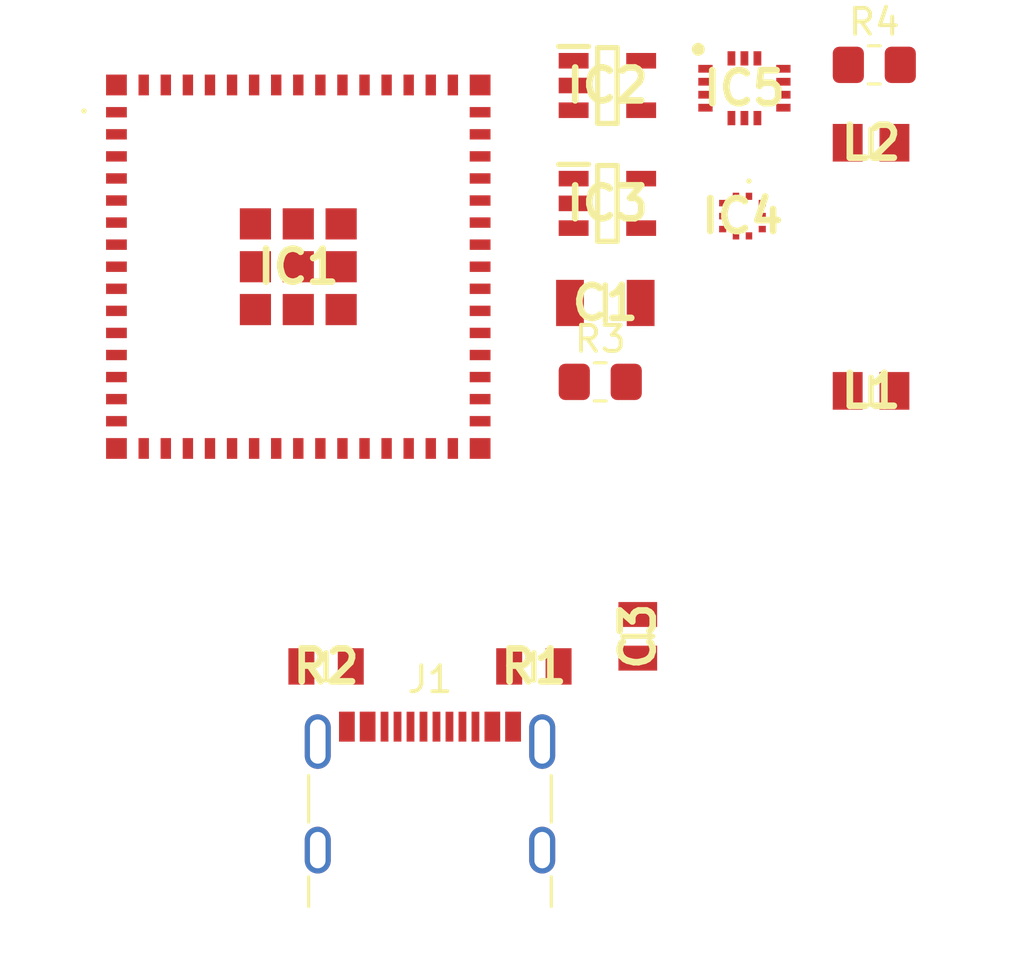
<source format=kicad_pcb>
(kicad_pcb (version 20221018) (generator pcbnew)
  (layers (0 "F.Cu" signal) (31 "B.Cu" signal) (34 "B.Paste" user) (35 "F.Paste" user) (36 "B.SilkS" user "B.Silkscreen") (37 "F.SilkS" user "F.Silkscreen") (38 "B.Mask" user) (39 "F.Mask" user) (44 "Edge.Cuts" user))
  (net 0 "")
  (net 20 "/D-")
  (net 21 "/D+")
  (net 29 "GND")
  (net 41 "+5V")
  (net 42 "Net-(IC2-SW)")
  (net 43 "Net-(IC3-SW)")
  (net 44 "/scl")
  (net 45 "/sda")
  (net 53 "/3v3")
  (net 54 "Net-(J1-CC1)")
  (net 55 "Net-(J1-VBUS-PadA4)")
  (net 56 "Net-(J1-CC2)")
  (footprint "Connector_USB:USB_C_Receptacle_GCT_USB4105-xx-A_16P_TopMnt_Horizontal" (layer "F.Cu") (at 166 132)
    (fp_text reference "J1" (at 0 -5.5 unlocked) (layer "F.SilkS"))
    (fp_text value "USB4105-GF-A-060 ")
    (fp_line (start -4.67 0) (end -4.67 -1.8) (stroke (width 0.12)) (layer "F.SilkS"))
    (fp_line (start -4.67 2.1) (end -4.67 3.25) (stroke (width 0.12)) (layer "F.SilkS"))
    (fp_line (start 4.67 0) (end 4.67 -1.8) (stroke (width 0.12)) (layer "F.SilkS"))
    (fp_line (start 4.67 2.1) (end 4.67 3.25) (stroke (width 0.12)) (layer "F.SilkS"))
    (pad "" np_thru_hole circle (at -2.89 -2.605) (size 0.65 0.65) (drill 0.65) (layers "F&B.Cu" "*.Mask"))
    (pad "" np_thru_hole circle (at 2.89 -2.605) (size 0.65 0.65) (drill 0.65) (layers "F&B.Cu" "*.Mask"))
    (pad "A1" smd rect (at -3.2 -3.68) (size 0.6 1.15) (layers "F.Cu" "F.Paste" "F.Mask") (net 29 "GND"))
    (pad "A4" smd rect (at -2.4 -3.68) (size 0.6 1.15) (layers "F.Cu" "F.Paste" "F.Mask") (net 55 "Net-(J1-VBUS-PadA4)"))
    (pad "A5" smd rect (at -1.25 -3.68) (size 0.3 1.15) (layers "F.Cu" "F.Paste" "F.Mask") (net 54 "Net-(J1-CC1)"))
    (pad "A6" smd rect (at -0.25 -3.68) (size 0.3 1.15) (layers "F.Cu" "F.Paste" "F.Mask") (net 21 "/D+"))
    (pad "A7" smd rect (at 0.25 -3.68) (size 0.3 1.15) (layers "F.Cu" "F.Paste" "F.Mask") (net 20 "/D-"))
    (pad "A8" smd rect (at 1.25 -3.68) (size 0.3 1.15) (layers "F.Cu" "F.Paste" "F.Mask"))
    (pad "A9" smd rect (at 2.4 -3.68) (size 0.6 1.15) (layers "F.Cu" "F.Paste" "F.Mask") (net 55 "Net-(J1-VBUS-PadA4)"))
    (pad "A12" smd rect (at 3.2 -3.68) (size 0.6 1.15) (layers "F.Cu" "F.Paste" "F.Mask") (net 29 "GND"))
    (pad "B1" smd rect (at 3.2 -3.68) (size 0.6 1.15) (layers "F.Cu" "F.Paste" "F.Mask") (net 29 "GND"))
    (pad "B4" smd rect (at 2.4 -3.68) (size 0.6 1.15) (layers "F.Cu" "F.Paste" "F.Mask") (net 55 "Net-(J1-VBUS-PadA4)"))
    (pad "B5" smd rect (at 1.75 -3.68) (size 0.3 1.15) (layers "F.Cu" "F.Paste" "F.Mask") (net 56 "Net-(J1-CC2)"))
    (pad "B6" smd rect (at 0.75 -3.68) (size 0.3 1.15) (layers "F.Cu" "F.Paste" "F.Mask") (net 21 "/D+"))
    (pad "B7" smd rect (at -0.75 -3.68) (size 0.3 1.15) (layers "F.Cu" "F.Paste" "F.Mask") (net 20 "/D-"))
    (pad "B8" smd rect (at -1.75 -3.68) (size 0.3 1.15) (layers "F.Cu" "F.Paste" "F.Mask"))
    (pad "B9" smd rect (at -2.4 -3.68) (size 0.6 1.15) (layers "F.Cu" "F.Paste" "F.Mask") (net 55 "Net-(J1-VBUS-PadA4)"))
    (pad "B12" smd rect (at -3.2 -3.68) (size 0.6 1.15) (layers "F.Cu" "F.Paste" "F.Mask") (net 29 "GND"))
    (pad "S1" thru_hole oval (at -4.32 -3.105) (size 1 2.1) (drill oval 0.6 1.7) (layers "*.Cu" "*.Mask") (net 29 "GND"))
    (pad "S1" thru_hole oval (at -4.32 1.075) (size 1 1.8) (drill oval 0.6 1.4) (layers "*.Cu" "*.Mask") (net 29 "GND"))
    (pad "S1" thru_hole oval (at 4.32 -3.105) (size 1 2.1) (drill oval 0.6 1.7) (layers "*.Cu" "*.Mask") (net 29 "GND"))
    (pad "S1" thru_hole oval (at 4.32 1.075) (size 1 1.8) (drill oval 0.6 1.4) (layers "*.Cu" "*.Mask") (net 29 "GND"))
  )
  (footprint "Resistor_SMD:R_0805_2012Metric_Pad1.20x1.40mm_HandSolder" (layer "F.Cu") (at 172.555 115.04)
    (fp_text reference "R3" (at 0 -1.65) (layer "F.SilkS"))
    (fp_text value "ERJ-P06J472V")
    (fp_line (start -0.227064 -0.735) (end 0.227064 -0.735) (stroke (width 0.12)) (layer "F.SilkS"))
    (fp_line (start -0.227064 0.735) (end 0.227064 0.735) (stroke (width 0.12)) (layer "F.SilkS"))
    (pad "1" smd roundrect (at -1 0) (size 1.2 1.4) (layers "F.Cu" "F.Paste" "F.Mask") (roundrect_rratio 0.208333) (net 44 "/scl"))
    (pad "2" smd roundrect (at 1 0) (size 1.2 1.4) (layers "F.Cu" "F.Paste" "F.Mask") (roundrect_rratio 0.208333) (net 53 "/3v3"))
  )
  (footprint "mouser:QFN50P300X250X87-14N" (layer "F.Cu") (at 178.105 103.73)
    (fp_text reference "IC5" (at 0 0) (layer "F.SilkS") (effects (font (size 1.27 1.27) (thickness 0.254))))
    (fp_text value "BMI270" hide)
    (fp_circle (center -1.775 -1.5) (end -1.775 -1.375) (stroke (width 0.25)) (fill none) (layer "F.SilkS"))
    (pad "1" smd rect (at -1.5 -0.75 90) (size 0.3 0.55) (layers "F.Cu" "F.Paste" "F.Mask") (net 29 "GND"))
    (pad "2" smd rect (at -1.5 -0.25 90) (size 0.3 0.55) (layers "F.Cu" "F.Paste" "F.Mask"))
    (pad "3" smd rect (at -1.5 0.25 90) (size 0.3 0.55) (layers "F.Cu" "F.Paste" "F.Mask"))
    (pad "4" smd rect (at -1.5 0.75 90) (size 0.3 0.55) (layers "F.Cu" "F.Paste" "F.Mask"))
    (pad "5" smd rect (at -0.5 1.15) (size 0.3 0.55) (layers "F.Cu" "F.Paste" "F.Mask") (net 53 "/3v3"))
    (pad "6" smd rect (at 0 1.15) (size 0.3 0.55) (layers "F.Cu" "F.Paste" "F.Mask") (net 29 "GND"))
    (pad "7" smd rect (at 0.5 1.15) (size 0.3 0.55) (layers "F.Cu" "F.Paste" "F.Mask") (net 29 "GND"))
    (pad "8" smd rect (at 1.5 0.75 90) (size 0.3 0.55) (layers "F.Cu" "F.Paste" "F.Mask") (net 53 "/3v3"))
    (pad "9" smd rect (at 1.5 0.25 90) (size 0.3 0.55) (layers "F.Cu" "F.Paste" "F.Mask"))
    (pad "10" smd rect (at 1.5 -0.25 90) (size 0.3 0.55) (layers "F.Cu" "F.Paste" "F.Mask"))
    (pad "11" smd rect (at 1.5 -0.75 90) (size 0.3 0.55) (layers "F.Cu" "F.Paste" "F.Mask"))
    (pad "12" smd rect (at 0.5 -1.15) (size 0.3 0.55) (layers "F.Cu" "F.Paste" "F.Mask") (net 53 "/3v3"))
    (pad "13" smd rect (at 0 -1.15) (size 0.3 0.55) (layers "F.Cu" "F.Paste" "F.Mask") (net 44 "/scl"))
    (pad "14" smd rect (at -0.5 -1.15) (size 0.3 0.55) (layers "F.Cu" "F.Paste" "F.Mask") (net 45 "/sda"))
  )
  (footprint "SamacSys_Parts:RESC2012X60N" (layer "F.Cu") (at 162 126)
    (fp_text reference "R2" (at 0 0) (layer "F.SilkS") (effects (font (size 1.27 1.27) (thickness 0.254))))
    (fp_text value "CR0805-FX-5101ELF" hide)
    (fp_line (start 0 -0.525) (end 0 0.525) (stroke (width 0.2)) (layer "F.SilkS"))
    (pad "1" smd rect (at -0.95 0) (size 1 1.4) (layers "F.Cu" "F.Paste" "F.Mask") (net 29 "GND"))
    (pad "2" smd rect (at 0.95 0) (size 1 1.4) (layers "F.Cu" "F.Paste" "F.Mask") (net 54 "Net-(J1-CC1)"))
  )
  (footprint "SamacSys_Parts:RESC2012X60N" (layer "F.Cu") (at 170 126 180)
    (fp_text reference "R1" (at 0 0) (layer "F.SilkS") (effects (font (size 1.27 1.27) (thickness 0.254))))
    (fp_text value "CR0805-FX-5101ELF" hide)
    (fp_line (start 0 -0.525) (end 0 0.525) (stroke (width 0.2)) (layer "F.SilkS"))
    (pad "1" smd rect (at -0.95 0 180) (size 1 1.4) (layers "F.Cu" "F.Paste" "F.Mask") (net 29 "GND"))
    (pad "2" smd rect (at 0.95 0 180) (size 1 1.4) (layers "F.Cu" "F.Paste" "F.Mask") (net 56 "Net-(J1-CC2)"))
  )
  (footprint "mouser:SOT95P284X119-5N" (layer "F.Cu") (at 172.83 108.165)
    (fp_text reference "IC3" (at 0 0) (layer "F.SilkS") (effects (font (size 1.27 1.27) (thickness 0.254))))
    (fp_text value "LM3671MF-3.3_NOPB" hide)
    (fp_line (start -1.875 -1.503) (end -0.725 -1.503) (stroke (width 0.2)) (layer "F.SilkS"))
    (fp_line (start -0.375 -1.46) (end 0.375 -1.46) (stroke (width 0.2)) (layer "F.SilkS"))
    (fp_line (start -0.375 1.46) (end -0.375 -1.46) (stroke (width 0.2)) (layer "F.SilkS"))
    (fp_line (start 0.375 -1.46) (end 0.375 1.46) (stroke (width 0.2)) (layer "F.SilkS"))
    (fp_line (start 0.375 1.46) (end -0.375 1.46) (stroke (width 0.2)) (layer "F.SilkS"))
    (pad "1" smd rect (at -1.3 -0.953 90) (size 0.6 1.15) (layers "F.Cu" "F.Paste" "F.Mask") (net 41 "+5V"))
    (pad "2" smd rect (at -1.3 0 90) (size 0.6 1.15) (layers "F.Cu" "F.Paste" "F.Mask") (net 29 "GND"))
    (pad "3" smd rect (at -1.3 0.953 90) (size 0.6 1.15) (layers "F.Cu" "F.Paste" "F.Mask") (net 41 "+5V"))
    (pad "4" smd rect (at 1.3 0.953 90) (size 0.6 1.15) (layers "F.Cu" "F.Paste" "F.Mask") (net 53 "/3v3"))
    (pad "5" smd rect (at 1.3 -0.953 90) (size 0.6 1.15) (layers "F.Cu" "F.Paste" "F.Mask") (net 43 "Net-(IC3-SW)"))
  )
  (footprint "mouser:SOT95P284X119-5N" (layer "F.Cu") (at 172.83 103.625)
    (fp_text reference "IC2" (at 0 0) (layer "F.SilkS") (effects (font (size 1.27 1.27) (thickness 0.254))))
    (fp_text value "LM3671MF-3.3_NOPB" hide)
    (fp_line (start -1.875 -1.503) (end -0.725 -1.503) (stroke (width 0.2)) (layer "F.SilkS"))
    (fp_line (start -0.375 -1.46) (end 0.375 -1.46) (stroke (width 0.2)) (layer "F.SilkS"))
    (fp_line (start -0.375 1.46) (end -0.375 -1.46) (stroke (width 0.2)) (layer "F.SilkS"))
    (fp_line (start 0.375 -1.46) (end 0.375 1.46) (stroke (width 0.2)) (layer "F.SilkS"))
    (fp_line (start 0.375 1.46) (end -0.375 1.46) (stroke (width 0.2)) (layer "F.SilkS"))
    (pad "1" smd rect (at -1.3 -0.953 90) (size 0.6 1.15) (layers "F.Cu" "F.Paste" "F.Mask") (net 41 "+5V"))
    (pad "2" smd rect (at -1.3 0 90) (size 0.6 1.15) (layers "F.Cu" "F.Paste" "F.Mask") (net 29 "GND"))
    (pad "3" smd rect (at -1.3 0.953 90) (size 0.6 1.15) (layers "F.Cu" "F.Paste" "F.Mask") (net 41 "+5V"))
    (pad "4" smd rect (at 1.3 0.953 90) (size 0.6 1.15) (layers "F.Cu" "F.Paste" "F.Mask") (net 53 "/3v3"))
    (pad "5" smd rect (at 1.3 -0.953 90) (size 0.6 1.15) (layers "F.Cu" "F.Paste" "F.Mask") (net 42 "Net-(IC2-SW)"))
  )
  (footprint "mouser:INDC2012X145N" (layer "F.Cu") (at 182.98 105.83)
    (fp_text reference "L2" (at 0 0) (layer "F.SilkS") (effects (font (size 1.27 1.27) (thickness 0.254))))
    (fp_text value "CBC2012T2R2M" hide)
    (fp_line (start 0 -0.525) (end 0 0.525) (stroke (width 0.2)) (layer "F.SilkS"))
    (pad "1" smd rect (at -0.9 0) (size 1.15 1.45) (layers "F.Cu" "F.Paste" "F.Mask") (net 43 "Net-(IC3-SW)"))
    (pad "2" smd rect (at 0.9 0) (size 1.15 1.45) (layers "F.Cu" "F.Paste" "F.Mask") (net 53 "/3v3"))
  )
  (footprint "mouser:CAPC3216X180N" (layer "F.Cu") (at 172.75 112)
    (fp_text reference "C1" (at 0 0) (layer "F.SilkS") (effects (font (size 1.27 1.27) (thickness 0.254))))
    (fp_text value "EMK316B7475KL-T" hide)
    (fp_line (start 0 -0.7) (end 0 0.7) (stroke (width 0.2)) (layer "F.SilkS"))
    (pad "1" smd rect (at -1.36 0) (size 1.07 1.78) (layers "F.Cu" "F.Paste" "F.Mask") (net 41 "+5V"))
    (pad "2" smd rect (at 1.36 0) (size 1.07 1.78) (layers "F.Cu" "F.Paste" "F.Mask") (net 29 "GND"))
  )
  (footprint "mouser:ESP32S2MINI2UN4" (layer "F.Cu") (at 160.93 110.605)
    (fp_text reference "IC1" (at 0 0) (layer "F.SilkS") (effects (font (size 1.27 1.27) (thickness 0.254))))
    (fp_text value "ESP32-S2-MINI-2U-N4" hide)
    (fp_line (start -8.3 -6) (end -8.3 -6) (stroke (width 0.1)) (layer "F.SilkS"))
    (fp_line (start -8.2 -6) (end -8.2 -6) (stroke (width 0.1)) (layer "F.SilkS"))
    (fp_arc (start -8.3 -6) (mid -8.25 -6.05) (end -8.2 -6) (stroke (width 0.1)) (layer "F.SilkS"))
    (fp_arc (start -8.2 -6) (mid -8.25 -5.95) (end -8.3 -6) (stroke (width 0.1)) (layer "F.SilkS"))
    (pad "1" smd rect (at -7 -5.95 90) (size 0.4 0.8) (layers "F.Cu" "F.Paste" "F.Mask") (net 29 "GND"))
    (pad "2" smd rect (at -7 -5.1 90) (size 0.4 0.8) (layers "F.Cu" "F.Paste" "F.Mask") (net 29 "GND"))
    (pad "3" smd rect (at -7 -4.25 90) (size 0.4 0.8) (layers "F.Cu" "F.Paste" "F.Mask") (net 53 "/3v3"))
    (pad "4" smd rect (at -7 -3.4 90) (size 0.4 0.8) (layers "F.Cu" "F.Paste" "F.Mask"))
    (pad "5" smd rect (at -7 -2.55 90) (size 0.4 0.8) (layers "F.Cu" "F.Paste" "F.Mask"))
    (pad "6" smd rect (at -7 -1.7 90) (size 0.4 0.8) (layers "F.Cu" "F.Paste" "F.Mask"))
    (pad "7" smd rect (at -7 -0.85 90) (size 0.4 0.8) (layers "F.Cu" "F.Paste" "F.Mask"))
    (pad "8" smd rect (at -7 0 90) (size 0.4 0.8) (layers "F.Cu" "F.Paste" "F.Mask"))
    (pad "9" smd rect (at -7 0.85 90) (size 0.4 0.8) (layers "F.Cu" "F.Paste" "F.Mask"))
    (pad "10" smd rect (at -7 1.7 90) (size 0.4 0.8) (layers "F.Cu" "F.Paste" "F.Mask"))
    (pad "11" smd rect (at -7 2.55 90) (size 0.4 0.8) (layers "F.Cu" "F.Paste" "F.Mask"))
    (pad "12" smd rect (at -7 3.4 90) (size 0.4 0.8) (layers "F.Cu" "F.Paste" "F.Mask"))
    (pad "13" smd rect (at -7 4.25 90) (size 0.4 0.8) (layers "F.Cu" "F.Paste" "F.Mask"))
    (pad "14" smd rect (at -7 5.1 90) (size 0.4 0.8) (layers "F.Cu" "F.Paste" "F.Mask"))
    (pad "15" smd rect (at -7 5.95 90) (size 0.4 0.8) (layers "F.Cu" "F.Paste" "F.Mask"))
    (pad "16" smd rect (at -5.95 7) (size 0.4 0.8) (layers "F.Cu" "F.Paste" "F.Mask"))
    (pad "17" smd rect (at -5.1 7) (size 0.4 0.8) (layers "F.Cu" "F.Paste" "F.Mask"))
    (pad "18" smd rect (at -4.25 7) (size 0.4 0.8) (layers "F.Cu" "F.Paste" "F.Mask"))
    (pad "19" smd rect (at -3.4 7) (size 0.4 0.8) (layers "F.Cu" "F.Paste" "F.Mask"))
    (pad "20" smd rect (at -2.55 7) (size 0.4 0.8) (layers "F.Cu" "F.Paste" "F.Mask"))
    (pad "21" smd rect (at -1.7 7) (size 0.4 0.8) (layers "F.Cu" "F.Paste" "F.Mask"))
    (pad "22" smd rect (at -0.85 7) (size 0.4 0.8) (layers "F.Cu" "F.Paste" "F.Mask"))
    (pad "23" smd rect (at 0 7) (size 0.4 0.8) (layers "F.Cu" "F.Paste" "F.Mask") (net 20 "/D-"))
    (pad "24" smd rect (at 0.85 7) (size 0.4 0.8) (layers "F.Cu" "F.Paste" "F.Mask") (net 21 "/D+"))
    (pad "25" smd rect (at 1.7 7) (size 0.4 0.8) (layers "F.Cu" "F.Paste" "F.Mask"))
    (pad "26" smd rect (at 2.55 7) (size 0.4 0.8) (layers "F.Cu" "F.Paste" "F.Mask"))
    (pad "27" smd rect (at 3.4 7) (size 0.4 0.8) (layers "F.Cu" "F.Paste" "F.Mask"))
    (pad "28" smd rect (at 4.25 7) (size 0.4 0.8) (layers "F.Cu" "F.Paste" "F.Mask"))
    (pad "29" smd rect (at 5.1 7) (size 0.4 0.8) (layers "F.Cu" "F.Paste" "F.Mask"))
    (pad "30" smd rect (at 5.95 7) (size 0.4 0.8) (layers "F.Cu" "F.Paste" "F.Mask") (net 29 "GND"))
    (pad "31" smd rect (at 7 5.95 90) (size 0.4 0.8) (layers "F.Cu" "F.Paste" "F.Mask"))
    (pad "32" smd rect (at 7 5.1 90) (size 0.4 0.8) (layers "F.Cu" "F.Paste" "F.Mask"))
    (pad "33" smd rect (at 7 4.25 90) (size 0.4 0.8) (layers "F.Cu" "F.Paste" "F.Mask"))
    (pad "34" smd rect (at 7 3.4 90) (size 0.4 0.8) (layers "F.Cu" "F.Paste" "F.Mask"))
    (pad "35" smd rect (at 7 2.55 90) (size 0.4 0.8) (layers "F.Cu" "F.Paste" "F.Mask"))
    (pad "36" smd rect (at 7 1.7 90) (size 0.4 0.8) (layers "F.Cu" "F.Paste" "F.Mask"))
    (pad "37" smd rect (at 7 0.85 90) (size 0.4 0.8) (layers "F.Cu" "F.Paste" "F.Mask"))
    (pad "38" smd rect (at 7 0 90) (size 0.4 0.8) (layers "F.Cu" "F.Paste" "F.Mask"))
    (pad "39" smd rect (at 7 -0.85 90) (size 0.4 0.8) (layers "F.Cu" "F.Paste" "F.Mask"))
    (pad "40" smd rect (at 7 -1.7 90) (size 0.4 0.8) (layers "F.Cu" "F.Paste" "F.Mask"))
    (pad "41" smd rect (at 7 -2.55 90) (size 0.4 0.8) (layers "F.Cu" "F.Paste" "F.Mask"))
    (pad "42" smd rect (at 7 -3.4 90) (size 0.4 0.8) (layers "F.Cu" "F.Paste" "F.Mask") (net 29 "GND"))
    (pad "43" smd rect (at 7 -4.25 90) (size 0.4 0.8) (layers "F.Cu" "F.Paste" "F.Mask") (net 29 "GND"))
    (pad "44" smd rect (at 7 -5.1 90) (size 0.4 0.8) (layers "F.Cu" "F.Paste" "F.Mask"))
    (pad "45" smd rect (at 7 -5.95 90) (size 0.4 0.8) (layers "F.Cu" "F.Paste" "F.Mask"))
    (pad "46" smd rect (at 5.95 -7) (size 0.4 0.8) (layers "F.Cu" "F.Paste" "F.Mask") (net 29 "GND"))
    (pad "47" smd rect (at 5.1 -7) (size 0.4 0.8) (layers "F.Cu" "F.Paste" "F.Mask") (net 29 "GND"))
    (pad "48" smd rect (at 4.25 -7) (size 0.4 0.8) (layers "F.Cu" "F.Paste" "F.Mask") (net 29 "GND"))
    (pad "49" smd rect (at 3.4 -7) (size 0.4 0.8) (layers "F.Cu" "F.Paste" "F.Mask") (net 29 "GND"))
    (pad "50" smd rect (at 2.55 -7) (size 0.4 0.8) (layers "F.Cu" "F.Paste" "F.Mask") (net 29 "GND"))
    (pad "51" smd rect (at 1.7 -7) (size 0.4 0.8) (layers "F.Cu" "F.Paste" "F.Mask") (net 29 "GND"))
    (pad "52" smd rect (at 0.85 -7) (size 0.4 0.8) (layers "F.Cu" "F.Paste" "F.Mask") (net 29 "GND"))
    (pad "53" smd rect (at 0 -7) (size 0.4 0.8) (layers "F.Cu" "F.Paste" "F.Mask") (net 29 "GND"))
    (pad "54" smd rect (at -0.85 -7) (size 0.4 0.8) (layers "F.Cu" "F.Paste" "F.Mask") (net 29 "GND"))
    (pad "55" smd rect (at -1.7 -7) (size 0.4 0.8) (layers "F.Cu" "F.Paste" "F.Mask") (net 29 "GND"))
    (pad "56" smd rect (at -2.55 -7) (size 0.4 0.8) (layers "F.Cu" "F.Paste" "F.Mask") (net 29 "GND"))
    (pad "57" smd rect (at -3.4 -7) (size 0.4 0.8) (layers "F.Cu" "F.Paste" "F.Mask") (net 29 "GND"))
    (pad "58" smd rect (at -4.25 -7) (size 0.4 0.8) (layers "F.Cu" "F.Paste" "F.Mask") (net 29 "GND"))
    (pad "59" smd rect (at -5.1 -7) (size 0.4 0.8) (layers "F.Cu" "F.Paste" "F.Mask") (net 29 "GND"))
    (pad "60" smd rect (at -5.95 -7) (size 0.4 0.8) (layers "F.Cu" "F.Paste" "F.Mask") (net 29 "GND"))
    (pad "61" smd rect (at 0 0 90) (size 1.2 1.2) (layers "F.Cu" "F.Paste" "F.Mask") (net 29 "GND"))
    (pad "62" smd rect (at -7 -7 90) (size 0.8 0.8) (layers "F.Cu" "F.Paste" "F.Mask") (net 29 "GND"))
    (pad "63" smd rect (at -7 7 90) (size 0.8 0.8) (layers "F.Cu" "F.Paste" "F.Mask") (net 29 "GND"))
    (pad "64" smd rect (at 7 7 90) (size 0.8 0.8) (layers "F.Cu" "F.Paste" "F.Mask") (net 29 "GND"))
    (pad "65" smd rect (at 7 -7 90) (size 0.8 0.8) (layers "F.Cu" "F.Paste" "F.Mask") (net 29 "GND"))
    (pad "66" smd rect (at -1.65 -1.65 90) (size 1.2 1.2) (layers "F.Cu" "F.Paste" "F.Mask") (net 29 "GND"))
    (pad "67" smd rect (at -1.65 0 90) (size 1.2 1.2) (layers "F.Cu" "F.Paste" "F.Mask") (net 29 "GND"))
    (pad "68" smd rect (at -1.65 1.65 90) (size 1.2 1.2) (layers "F.Cu" "F.Paste" "F.Mask") (net 29 "GND"))
    (pad "69" smd rect (at 0 1.65 90) (size 1.2 1.2) (layers "F.Cu" "F.Paste" "F.Mask") (net 29 "GND"))
    (pad "70" smd rect (at 1.65 1.65 90) (size 1.2 1.2) (layers "F.Cu" "F.Paste" "F.Mask") (net 29 "GND"))
    (pad "71" smd rect (at 1.65 0 90) (size 1.2 1.2) (layers "F.Cu" "F.Paste" "F.Mask") (net 29 "GND"))
    (pad "72" smd rect (at 1.65 -1.65 90) (size 1.2 1.2) (layers "F.Cu" "F.Paste" "F.Mask") (net 29 "GND"))
    (pad "73" smd rect (at 0 -1.65 90) (size 1.2 1.2) (layers "F.Cu" "F.Paste" "F.Mask") (net 29 "GND"))
  )
  (footprint "mouser:BMP390" (layer "F.Cu") (at 178.03 108.655)
    (fp_text reference "IC4" (at 0 0) (layer "F.SilkS") (effects (font (size 1.27 1.27) (thickness 0.254))))
    (fp_text value "BMP390" hide)
    (fp_line (start 0.25 -1.4) (end 0.25 -1.4) (stroke (width 0.1)) (layer "F.SilkS"))
    (fp_line (start 0.25 -1.3) (end 0.25 -1.3) (stroke (width 0.1)) (layer "F.SilkS"))
    (fp_arc (start 0.25 -1.4) (mid 0.3 -1.35) (end 0.25 -1.3) (stroke (width 0.1)) (layer "F.SilkS"))
    (fp_arc (start 0.25 -1.3) (mid 0.2 -1.35) (end 0.25 -1.4) (stroke (width 0.1)) (layer "F.SilkS"))
    (pad "1" smd rect (at 0.25 -0.763) (size 0.25 0.275) (layers "F.Cu" "F.Paste" "F.Mask") (net 53 "/3v3"))
    (pad "2" smd rect (at -0.25 -0.763) (size 0.25 0.275) (layers "F.Cu" "F.Paste" "F.Mask") (net 44 "/scl"))
    (pad "3" smd rect (at -0.762 -0.5 90) (size 0.25 0.275) (layers "F.Cu" "F.Paste" "F.Mask") (net 29 "GND"))
    (pad "4" smd rect (at -0.762 0 90) (size 0.25 0.275) (layers "F.Cu" "F.Paste" "F.Mask") (net 45 "/sda"))
    (pad "5" smd rect (at -0.762 0.5 90) (size 0.25 0.275) (layers "F.Cu" "F.Paste" "F.Mask") (net 29 "GND"))
    (pad "6" smd rect (at -0.25 0.763) (size 0.25 0.275) (layers "F.Cu" "F.Paste" "F.Mask") (net 53 "/3v3"))
    (pad "7" smd rect (at 0.25 0.763) (size 0.25 0.275) (layers "F.Cu" "F.Paste" "F.Mask"))
    (pad "8" smd rect (at 0.762 0.5 90) (size 0.25 0.275) (layers "F.Cu" "F.Paste" "F.Mask") (net 29 "GND"))
    (pad "9" smd rect (at 0.762 0 90) (size 0.25 0.275) (layers "F.Cu" "F.Paste" "F.Mask") (net 29 "GND"))
    (pad "10" smd rect (at 0.762 -0.5 90) (size 0.25 0.275) (layers "F.Cu" "F.Paste" "F.Mask") (net 53 "/3v3"))
  )
  (footprint "mouser:INDC2012X145N" (layer "F.Cu") (at 182.98 115.386 180)
    (fp_text reference "L1" (at 0 0 180) (layer "F.SilkS") (effects (font (size 1.27 1.27) (thickness 0.254))))
    (fp_text value "CBC2012T2R2M" hide)
    (fp_line (start 0 -0.525) (end 0 0.525) (stroke (width 0.2)) (layer "F.SilkS"))
    (pad "1" smd rect (at -0.9 0 180) (size 1.15 1.45) (layers "F.Cu" "F.Paste" "F.Mask") (net 42 "Net-(IC2-SW)"))
    (pad "2" smd rect (at 0.9 0 180) (size 1.15 1.45) (layers "F.Cu" "F.Paste" "F.Mask") (net 53 "/3v3"))
  )
  (footprint "mouser:CAPC2114X145N" (layer "F.Cu") (at 174 124.84 -90)
    (fp_text reference "C3" (at 0 0 90) (layer "F.SilkS") (effects (font (size 1.27 1.27) (thickness 0.254))))
    (fp_text value "TMK212BBJ106KG-T" hide)
    (fp_line (start 0 -0.575) (end 0 0.575) (stroke (width 0.2)) (layer "F.SilkS"))
    (pad "1" smd rect (at -0.84 0 270) (size 0.96 1.49) (layers "F.Cu" "F.Paste" "F.Mask") (net 53 "/3v3"))
    (pad "2" smd rect (at 0.84 0 270) (size 0.96 1.49) (layers "F.Cu" "F.Paste" "F.Mask") (net 29 "GND"))
  )
  (footprint "Resistor_SMD:R_0805_2012Metric_Pad1.20x1.40mm_HandSolder" (layer "F.Cu") (at 183.105 102.83)
    (fp_text reference "R4" (at 0 -1.65) (layer "F.SilkS"))
    (fp_text value "ERJ-P06J472V")
    (fp_line (start -0.227064 -0.735) (end 0.227064 -0.735) (stroke (width 0.12)) (layer "F.SilkS"))
    (fp_line (start -0.227064 0.735) (end 0.227064 0.735) (stroke (width 0.12)) (layer "F.SilkS"))
    (pad "1" smd roundrect (at -1 0) (size 1.2 1.4) (layers "F.Cu" "F.Paste" "F.Mask") (roundrect_rratio 0.208333) (net 45 "/sda"))
    (pad "2" smd roundrect (at 1 0) (size 1.2 1.4) (layers "F.Cu" "F.Paste" "F.Mask") (roundrect_rratio 0.208333) (net 53 "/3v3"))
  )
)
</source>
